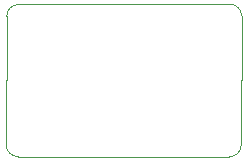
<source format=gbr>
G04 #@! TF.GenerationSoftware,KiCad,Pcbnew,(5.99.0-1023-gd6706c257)*
G04 #@! TF.CreationDate,2020-03-09T12:26:01+01:00*
G04 #@! TF.ProjectId,flex-dip-v2,666c6578-2d64-4697-902d-76322e6b6963,rev?*
G04 #@! TF.SameCoordinates,Original*
G04 #@! TF.FileFunction,Profile,NP*
%FSLAX46Y46*%
G04 Gerber Fmt 4.6, Leading zero omitted, Abs format (unit mm)*
G04 Created by KiCad (PCBNEW (5.99.0-1023-gd6706c257)) date 2020-03-09 12:26:01*
%MOMM*%
%LPD*%
G01*
G04 APERTURE LIST*
%ADD10C,0.050000*%
G04 APERTURE END LIST*
D10*
X109918500Y-73771760D02*
X127782320Y-73784460D01*
X127817880Y-60848240D02*
X109954060Y-60876180D01*
X128800860Y-72765920D02*
X128836420Y-61866780D01*
X108935520Y-61894720D02*
X108899960Y-72755760D01*
X109918500Y-73771760D02*
G75*
G02*
X108899960Y-72753220I0J1018540D01*
G01*
X128800860Y-72765920D02*
G75*
G02*
X127782320Y-73784460I-1018540J0D01*
G01*
X127817880Y-60848240D02*
G75*
G02*
X128836420Y-61866780I0J-1018540D01*
G01*
X108935520Y-61894720D02*
G75*
G02*
X109954060Y-60876180I1018540J0D01*
G01*
M02*

</source>
